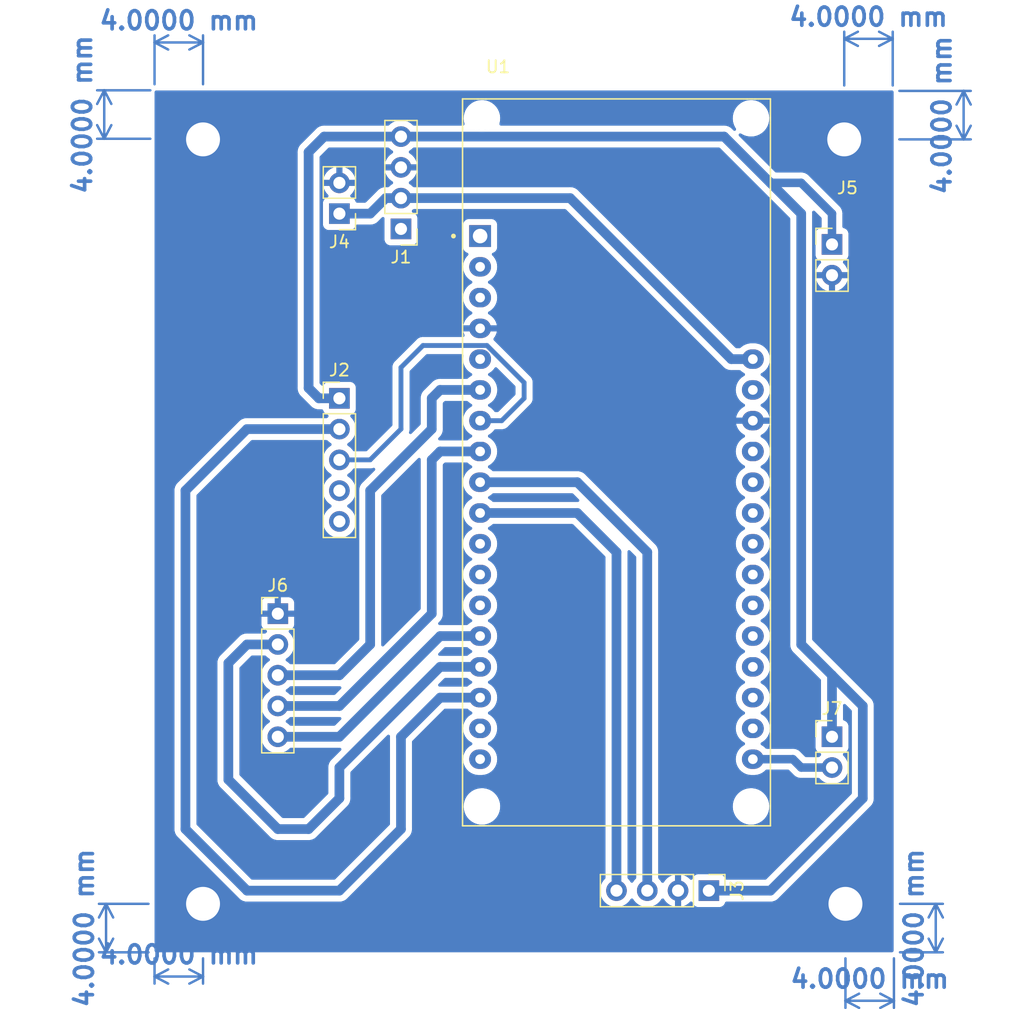
<source format=kicad_pcb>
(kicad_pcb (version 20211014) (generator pcbnew)
  (layers (0 "F.Cu" signal) (31 "B.Cu" signal) (34 "B.Paste" user) (35 "F.Paste" user) (36 "B.SilkS" user "B.Silkscreen") (37 "F.SilkS" user "F.Silkscreen") (38 "B.Mask" user) (39 "F.Mask" user) (44 "Edge.Cuts" user))
  (net 0 "")
  (net 2 "/Vcc")
  (net 3 "GND")
  (net 4 "/3V3")
  (net 5 "/D2")
  (net 6 "/MOSI")
  (net 8 "/MISO")
  (net 9 "/SCK")
  (net 10 "/D3")
  (net 11 "/SCL")
  (net 12 "/SDA")
  (net 13 "/D5")
  (net 25 "/D10")
  (footprint "Connector_PinHeader_2.54mm:PinHeader_1x02_P2.54mm_Vertical" (layer "F.Cu") (at 101.6 55.88 180)
    (fp_text reference "J4" (at 0 -2.33) (layer "F.SilkS"))
    (fp_text value "Conn_01x02_Male")
    (fp_line (start -1.33 0) (end -1.33 -1.33) (layer "F.SilkS") (width 0.12))
    (fp_line (start 1.33 1.27) (end 1.33 3.87) (layer "F.SilkS") (width 0.12))
    (fp_line (start -1.33 3.87) (end 1.33 3.87) (layer "F.SilkS") (width 0.12))
    (fp_line (start -1.33 -1.33) (end 0 -1.33) (layer "F.SilkS") (width 0.12))
    (fp_line (start -1.33 1.27) (end -1.33 3.87) (layer "F.SilkS") (width 0.12))
    (fp_line (start -1.33 1.27) (end 1.33 1.27) (layer "F.SilkS") (width 0.12))
    (pad "1" thru_hole rect (at 0 0 180) (size 1.7 1.7) (drill 1) (layers *.Cu *.Mask) (net 2 "/Vcc"))
    (pad "2" thru_hole oval (at 0 2.54 180) (size 1.7 1.7) (drill 1) (layers *.Cu *.Mask) (net 3 "GND"))
  )
  (footprint "Connector_PinHeader_2.54mm:PinHeader_1x04_P2.54mm_Vertical" (layer "F.Cu") (at 106.68 57.14 180)
    (fp_text reference "J1" (at 0 -2.33) (layer "F.SilkS"))
    (fp_text value "Conn_01x04_Male")
    (fp_line (start -1.33 0) (end -1.33 -1.33) (layer "F.SilkS") (width 0.12))
    (fp_line (start 1.33 1.27) (end 1.33 8.95) (layer "F.SilkS") (width 0.12))
    (fp_line (start -1.33 -1.33) (end 0 -1.33) (layer "F.SilkS") (width 0.12))
    (fp_line (start -1.33 1.27) (end -1.33 8.95) (layer "F.SilkS") (width 0.12))
    (fp_line (start -1.33 1.27) (end 1.33 1.27) (layer "F.SilkS") (width 0.12))
    (fp_line (start -1.33 8.95) (end 1.33 8.95) (layer "F.SilkS") (width 0.12))
    (pad "1" thru_hole rect (at 0 0 180) (size 1.7 1.7) (drill 1) (layers *.Cu *.Mask))
    (pad "2" thru_hole oval (at 0 2.54 180) (size 1.7 1.7) (drill 1) (layers *.Cu *.Mask) (net 2 "/Vcc"))
    (pad "3" thru_hole oval (at 0 5.08 180) (size 1.7 1.7) (drill 1) (layers *.Cu *.Mask) (net 3 "GND"))
    (pad "4" thru_hole oval (at 0 7.62 180) (size 1.7 1.7) (drill 1) (layers *.Cu *.Mask) (net 4 "/3V3"))
  )
  (footprint "Connector_PinHeader_2.54mm:PinHeader_1x04_P2.54mm_Vertical" (layer "F.Cu") (at 132.08 111.76 -90)
    (fp_text reference "J3" (at 0 -2.33 90) (layer "F.SilkS"))
    (fp_text value "Conn_01x04_Male")
    (fp_line (start -1.33 -1.33) (end 0 -1.33) (layer "F.SilkS") (width 0.12))
    (fp_line (start -1.33 0) (end -1.33 -1.33) (layer "F.SilkS") (width 0.12))
    (fp_line (start -1.33 1.27) (end -1.33 8.95) (layer "F.SilkS") (width 0.12))
    (fp_line (start -1.33 1.27) (end 1.33 1.27) (layer "F.SilkS") (width 0.12))
    (fp_line (start 1.33 1.27) (end 1.33 8.95) (layer "F.SilkS") (width 0.12))
    (fp_line (start -1.33 8.95) (end 1.33 8.95) (layer "F.SilkS") (width 0.12))
    (pad "1" thru_hole rect (at 0 0 270) (size 1.7 1.7) (drill 1) (layers *.Cu *.Mask) (net 4 "/3V3"))
    (pad "2" thru_hole oval (at 0 2.54 270) (size 1.7 1.7) (drill 1) (layers *.Cu *.Mask) (net 3 "GND"))
    (pad "3" thru_hole oval (at 0 5.08 270) (size 1.7 1.7) (drill 1) (layers *.Cu *.Mask) (net 11 "/SCL"))
    (pad "4" thru_hole oval (at 0 7.62 270) (size 1.7 1.7) (drill 1) (layers *.Cu *.Mask) (net 12 "/SDA"))
  )
  (footprint "Connector_PinHeader_2.54mm:PinHeader_1x05_P2.54mm_Vertical" (layer "F.Cu") (at 101.6 71.125)
    (fp_text reference "J2" (at 0 -2.33) (layer "F.SilkS"))
    (fp_text value "Conn_01x05")
    (fp_line (start -1.33 0) (end -1.33 -1.33) (layer "F.SilkS") (width 0.12))
    (fp_line (start -1.33 11.49) (end 1.33 11.49) (layer "F.SilkS") (width 0.12))
    (fp_line (start 1.33 1.27) (end 1.33 11.49) (layer "F.SilkS") (width 0.12))
    (fp_line (start -1.33 1.27) (end -1.33 11.49) (layer "F.SilkS") (width 0.12))
    (fp_line (start -1.33 -1.33) (end 0 -1.33) (layer "F.SilkS") (width 0.12))
    (fp_line (start -1.33 1.27) (end 1.33 1.27) (layer "F.SilkS") (width 0.12))
    (pad "1" thru_hole rect (at 0 0) (size 1.7 1.7) (drill 1) (layers *.Cu *.Mask) (net 4 "/3V3"))
    (pad "2" thru_hole oval (at 0 2.54) (size 1.7 1.7) (drill 1) (layers *.Cu *.Mask) (net 5 "/D2"))
    (pad "3" thru_hole oval (at 0 5.08) (size 1.7 1.7) (drill 1) (layers *.Cu *.Mask) (net 6 "/MOSI"))
    (pad "4" thru_hole oval (at 0 7.62) (size 1.7 1.7) (drill 1) (layers *.Cu *.Mask))
    (pad "5" thru_hole oval (at 0 10.16) (size 1.7 1.7) (drill 1) (layers *.Cu *.Mask))
  )
  (footprint "DFR0654-2:MODULE_DFR0654" (layer "F.Cu") (at 124.46 76.41)
    (fp_text reference "U1" (at -9.775 -32.65) (layer "F.SilkS"))
    (fp_text value "DFR0654")
    (fp_line (start 12.7 -30) (end -12.7 -30) (layer "F.SilkS") (width 0.127))
    (fp_line (start -12.7 -30) (end -12.7 30) (layer "F.SilkS") (width 0.127))
    (fp_line (start 12.7 30) (end -12.7 30) (layer "F.SilkS") (width 0.127))
    (fp_line (start 12.7 -30) (end 12.7 30) (layer "F.SilkS") (width 0.127))
    (fp_circle (center -13.45 -18.68) (end -13.35 -18.68) (layer "F.SilkS") (width 0.2) (fill none))
    (pad "" thru_hole oval (at 11.25 -5.98) (size 1.8 1.6) (drill 0.8) (layers *.Cu *.Mask))
    (pad "" np_thru_hole circle (at -11.1 28.4) (size 2 2) (drill 2) (layers *.Cu *.Mask))
    (pad "" np_thru_hole circle (at 11.1 28.4) (size 2 2) (drill 2) (layers *.Cu *.Mask))
    (pad "" thru_hole oval (at -11.25 -16.14) (size 1.8 1.6) (drill 0.8) (layers *.Cu *.Mask))
    (pad "" thru_hole oval (at -11.25 -13.6) (size 1.8 1.6) (drill 0.8) (layers *.Cu *.Mask))
    (pad "" np_thru_hole circle (at -11.1 -28.4) (size 2 2) (drill 2) (layers *.Cu *.Mask))
    (pad "" np_thru_hole circle (at 11.1 -28.4) (size 2 2) (drill 2) (layers *.Cu *.Mask))
    (pad "" thru_hole oval (at -11.25 -8.52) (size 1.8 1.6) (drill 0.8) (layers *.Cu *.Mask))
    (pad "0" thru_hole oval (at -11.25 14.34) (size 1.8 1.6) (drill 0.8) (layers *.Cu *.Mask) (net 13 "/D5"))
    (pad "1" thru_hole oval (at -11.25 21.96) (size 1.8 1.6) (drill 0.8) (layers *.Cu *.Mask))
    (pad "2" thru_hole oval (at -11.25 6.72) (size 1.8 1.6) (drill 0.8) (layers *.Cu *.Mask))
    (pad "3" thru_hole oval (at -11.25 24.5) (size 1.8 1.6) (drill 0.8) (layers *.Cu *.Mask))
    (pad "4" thru_hole oval (at 11.25 19.42) (size 1.8 1.6) (drill 0.8) (layers *.Cu *.Mask))
    (pad "7" thru_hole oval (at 11.25 -8.52) (size 1.8 1.6) (drill 0.8) (layers *.Cu *.Mask) (net 2 "/Vcc"))
    (pad "8" thru_hole rect (at -11.25 -18.68) (size 1.8 1.8) (drill 1.2) (layers *.Cu *.Mask))
    (pad "10" thru_hole oval (at 11.25 -3.44) (size 1.8 1.6) (drill 0.8) (layers *.Cu *.Mask) (net 3 "GND"))
    (pad "10" thru_hole oval (at -11.25 -11.06) (size 1.8 1.6) (drill 0.8) (layers *.Cu *.Mask) (net 3 "GND"))
    (pad "12" thru_hole oval (at 11.25 16.88) (size 1.8 1.6) (drill 0.8) (layers *.Cu *.Mask))
    (pad "13" thru_hole oval (at -11.25 9.26) (size 1.8 1.6) (drill 0.8) (layers *.Cu *.Mask))
    (pad "14" thru_hole oval (at -11.25 11.8) (size 1.8 1.6) (drill 0.8) (layers *.Cu *.Mask))
    (pad "15" thru_hole oval (at 11.25 4.18) (size 1.8 1.6) (drill 0.8) (layers *.Cu *.Mask))
    (pad "16" thru_hole oval (at 11.25 21.96) (size 1.8 1.6) (drill 0.8) (layers *.Cu *.Mask))
    (pad "17" thru_hole oval (at 11.25 24.5) (size 1.8 1.6) (drill 0.8) (layers *.Cu *.Mask) (net 25 "/D10"))
    (pad "18" thru_hole oval (at -11.25 -5.98) (size 1.8 1.6) (drill 0.8) (layers *.Cu *.Mask) (net 9 "/SCK"))
    (pad "19" thru_hole oval (at -11.25 -0.9) (size 1.8 1.6) (drill 0.8) (layers *.Cu *.Mask) (net 8 "/MISO"))
    (pad "21" thru_hole oval (at 11.25 1.64) (size 1.8 1.6) (drill 0.8) (layers *.Cu *.Mask) (net 12 "/SDA"))
    (pad "21" thru_hole oval (at -11.25 4.18) (size 1.8 1.6) (drill 0.8) (layers *.Cu *.Mask) (net 12 "/SDA"))
    (pad "22" thru_hole oval (at 11.25 -0.9) (size 1.8 1.6) (drill 0.8) (layers *.Cu *.Mask) (net 11 "/SCL"))
    (pad "22" thru_hole oval (at -11.25 1.64) (size 1.8 1.6) (drill 0.8) (layers *.Cu *.Mask) (net 11 "/SCL"))
    (pad "23" thru_hole oval (at -11.25 -3.44) (size 1.8 1.6) (drill 0.8) (layers *.Cu *.Mask) (net 6 "/MOSI"))
    (pad "25" thru_hole oval (at -11.25 19.42) (size 1.8 1.6) (drill 0.8) (layers *.Cu *.Mask) (net 5 "/D2"))
    (pad "26" thru_hole oval (at -11.25 16.88) (size 1.8 1.6) (drill 0.8) (layers *.Cu *.Mask) (net 10 "/D3"))
    (pad "34" thru_hole oval (at 11.25 9.26) (size 1.8 1.6) (drill 0.8) (layers *.Cu *.Mask))
    (pad "35" thru_hole oval (at 11.25 6.72) (size 1.8 1.6) (drill 0.8) (layers *.Cu *.Mask))
    (pad "36" thru_hole oval (at 11.25 14.34) (size 1.8 1.6) (drill 0.8) (layers *.Cu *.Mask))
    (pad "39" thru_hole oval (at 11.25 11.8) (size 1.8 1.6) (drill 0.8) (layers *.Cu *.Mask))
  )
  (footprint "Connector_PinHeader_2.54mm:PinHeader_1x05_P2.54mm_Vertical" (layer "F.Cu") (at 96.52 88.9)
    (fp_text reference "J6" (at 0 -2.33) (layer "F.SilkS"))
    (fp_text value "Conn_01x05")
    (fp_line (start -1.33 1.27) (end 1.33 1.27) (layer "F.SilkS") (width 0.12))
    (fp_line (start -1.33 0) (end -1.33 -1.33) (layer "F.SilkS") (width 0.12))
    (fp_line (start 1.33 1.27) (end 1.33 11.49) (layer "F.SilkS") (width 0.12))
    (fp_line (start -1.33 11.49) (end 1.33 11.49) (layer "F.SilkS") (width 0.12))
    (fp_line (start -1.33 -1.33) (end 0 -1.33) (layer "F.SilkS") (width 0.12))
    (fp_line (start -1.33 1.27) (end -1.33 11.49) (layer "F.SilkS") (width 0.12))
    (pad "1" thru_hole rect (at 0 0) (size 1.7 1.7) (drill 1) (layers *.Cu *.Mask) (net 3 "GND"))
    (pad "2" thru_hole oval (at 0 2.54) (size 1.7 1.7) (drill 1) (layers *.Cu *.Mask) (net 10 "/D3"))
    (pad "3" thru_hole oval (at 0 5.08) (size 1.7 1.7) (drill 1) (layers *.Cu *.Mask) (net 9 "/SCK"))
    (pad "4" thru_hole oval (at 0 7.62) (size 1.7 1.7) (drill 1) (layers *.Cu *.Mask) (net 8 "/MISO"))
    (pad "5" thru_hole oval (at 0 10.16) (size 1.7 1.7) (drill 1) (layers *.Cu *.Mask) (net 13 "/D5"))
  )
  (footprint "Connector_PinHeader_2.54mm:PinHeader_1x02_P2.54mm_Vertical" (layer "F.Cu") (at 142.24 58.42)
    (fp_text reference "J5" (at 1.27 -4.66) (layer "F.SilkS"))
    (fp_text value "Conn_01x02_Male")
    (fp_line (start -1.33 1.27) (end 1.33 1.27) (layer "F.SilkS") (width 0.12))
    (fp_line (start -1.33 0) (end -1.33 -1.33) (layer "F.SilkS") (width 0.12))
    (fp_line (start -1.33 1.27) (end -1.33 3.87) (layer "F.SilkS") (width 0.12))
    (fp_line (start 1.33 1.27) (end 1.33 3.87) (layer "F.SilkS") (width 0.12))
    (fp_line (start -1.33 -1.33) (end 0 -1.33) (layer "F.SilkS") (width 0.12))
    (fp_line (start -1.33 3.87) (end 1.33 3.87) (layer "F.SilkS") (width 0.12))
    (pad "1" thru_hole rect (at 0 0) (size 1.7 1.7) (drill 1) (layers *.Cu *.Mask) (net 4 "/3V3"))
    (pad "2" thru_hole oval (at 0 2.54) (size 1.7 1.7) (drill 1) (layers *.Cu *.Mask) (net 3 "GND"))
  )
  (footprint "Connector_PinHeader_2.54mm:PinHeader_1x02_P2.54mm_Vertical" (layer "F.Cu") (at 142.24 99.06)
    (fp_text reference "J7" (at 0 -2.33) (layer "F.SilkS"))
    (fp_text value "Conn_01x02_Male")
    (fp_line (start -1.33 1.27) (end 1.33 1.27) (layer "F.SilkS") (width 0.12))
    (fp_line (start -1.33 0) (end -1.33 -1.33) (layer "F.SilkS") (width 0.12))
    (fp_line (start 1.33 1.27) (end 1.33 3.87) (layer "F.SilkS") (width 0.12))
    (fp_line (start -1.33 3.87) (end 1.33 3.87) (layer "F.SilkS") (width 0.12))
    (fp_line (start -1.33 -1.33) (end 0 -1.33) (layer "F.SilkS") (width 0.12))
    (fp_line (start -1.33 1.27) (end -1.33 3.87) (layer "F.SilkS") (width 0.12))
    (pad "1" thru_hole rect (at 0 0) (size 1.7 1.7) (drill 1) (layers *.Cu *.Mask) (net 4 "/3V3"))
    (pad "2" thru_hole oval (at 0 2.54) (size 1.7 1.7) (drill 1) (layers *.Cu *.Mask) (net 25 "/D10"))
  )
  (dimension (type aligned) (layer "B.Cu") (pts (xy 147.3 45.75) (xy 147.3 49.75)) (height -5.8) (gr_text "4.0000 mm" (at 151.3 47.75 90) (layer "B.Cu") (effects (font (size 1.5 1.5) (thickness 0.3)))) (format (units 3) (units_format 1) (precision 4)) (style (thickness 0.2) (arrow_length 1.27) (text_position_mode 0) (extension_height 0.58642) (extension_offset 0.5) keep_text_aligned))
  (dimension (type aligned) (layer "B.Cu") (pts (xy 86.35 45.7) (xy 90.35 45.7)) (height -3.95) (gr_text "4.0000 mm" (at 88.35 39.95) (layer "B.Cu") (effects (font (size 1.5 1.5) (thickness 0.3)))) (format (units 3) (units_format 1) (precision 4)) (style (thickness 0.2) (arrow_length 1.27) (text_position_mode 0) (extension_height 0.58642) (extension_offset 0.5) keep_text_aligned))
  (dimension (type aligned) (layer "B.Cu") (pts (xy 147.25 45.8) (xy 143.25 45.8)) (height 4.35) (gr_text "4.0000 mm" (at 145.25 39.65) (layer "B.Cu") (effects (font (size 1.5 1.5) (thickness 0.3)))) (format (units 3) (units_format 1) (precision 4)) (style (thickness 0.2) (arrow_length 1.27) (text_position_mode 0) (extension_height 0.58642) (extension_offset 0.5) keep_text_aligned))
  (dimension (type aligned) (layer "B.Cu") (pts (xy 86.5 45.7) (xy 86.5 49.7)) (height 4.3) (gr_text "4.0000 mm" (at 80.4 47.7 90) (layer "B.Cu") (effects (font (size 1.5 1.5) (thickness 0.3)))) (format (units 3) (units_format 1) (precision 4)) (style (thickness 0.2) (arrow_length 1.27) (text_position_mode 0) (extension_height 0.58642) (extension_offset 0.5) keep_text_aligned))
  (dimension (type aligned) (layer "B.Cu") (pts (xy 147.35 116.85) (xy 143.35 116.85)) (height -4) (gr_text "4.0000 mm" (at 145.35 119.05) (layer "B.Cu") (effects (font (size 1.5 1.5) (thickness 0.3)))) (format (units 3) (units_format 1) (precision 4)) (style (thickness 0.2) (arrow_length 1.27) (text_position_mode 0) (extension_height 0.58642) (extension_offset 0.5) keep_text_aligned))
  (dimension (type aligned) (layer "B.Cu") (pts (xy 86.35 116.85) (xy 86.35 112.85)) (height -4) (gr_text "4.0000 mm" (at 80.55 114.85 90) (layer "B.Cu") (effects (font (size 1.5 1.5) (thickness 0.3)))) (format (units 3) (units_format 1) (precision 4)) (style (thickness 0.2) (arrow_length 1.27) (text_position_mode 0) (extension_height 0.58642) (extension_offset 0.5) keep_text_aligned))
  (dimension (type aligned) (layer "B.Cu") (pts (xy 86.35 116.85) (xy 90.35 116.85)) (height 2) (gr_text "4.0000 mm" (at 88.35 117.05) (layer "B.Cu") (effects (font (size 1.5 1.5) (thickness 0.3)))) (format (units 3) (units_format 1) (precision 4)) (style (thickness 0.2) (arrow_length 1.27) (text_position_mode 0) (extension_height 0.58642) (extension_offset 0.5) keep_text_aligned))
  (dimension (type aligned) (layer "B.Cu") (pts (xy 147.35 116.85) (xy 147.35 112.85)) (height 3.45) (gr_text "4.0000 mm" (at 149 114.85 90) (layer "B.Cu") (effects (font (size 1.5 1.5) (thickness 0.3)))) (format (units 3) (units_format 1) (precision 4)) (style (thickness 0.2) (arrow_length 1.27) (text_position_mode 0) (extension_height 0.58642) (extension_offset 0.5) keep_text_aligned))
  (segment (start 104.14 55.88) (end 101.6 55.88) (width 0.8) (layer "B.Cu") (net 2))
  (segment (start 133.93 67.89) (end 120.64 54.6) (width 0.8) (layer "B.Cu") (net 2))
  (segment (start 133.93 67.89) (end 135.71 67.89) (width 0.8) (layer "B.Cu") (net 2))
  (segment (start 106.68 54.6) (end 105.42 54.6) (width 0.8) (layer "B.Cu") (net 2))
  (segment (start 120.64 54.6) (end 106.68 54.6) (width 0.8) (layer "B.Cu") (net 2))
  (segment (start 105.42 54.6) (end 104.14 55.88) (width 0.8) (layer "B.Cu") (net 2))
  (via (at 143.35 112.85) (size 2.81) (drill 2.8) (layers "F.Cu" "B.Cu") (net 3))
  (via (at 90.35 49.75) (size 2.81) (drill 2.8) (layers "F.Cu" "B.Cu") (net 3))
  (via (at 90.35 112.85) (size 2.81) (drill 2.8) (layers "F.Cu" "B.Cu") (net 3))
  (via (at 143.25 49.75) (size 2.81) (drill 2.8) (layers "F.Cu" "B.Cu") (net 3))
  (segment (start 106.68 49.52) (end 100.34 49.52) (width 0.8) (layer "B.Cu") (net 4))
  (segment (start 99.06 50.8) (end 99.06 70.275897) (width 0.8) (layer "B.Cu") (net 4))
  (segment (start 142.24 93.98) (end 142.24 99.06) (width 0.8) (layer "B.Cu") (net 4))
  (segment (start 139.7 55.88) (end 139.7 91.44) (width 0.8) (layer "B.Cu") (net 4))
  (segment (start 142.24 58.42) (end 142.24 55.88) (width 0.7) (layer "B.Cu") (net 4))
  (segment (start 137.16 53.34) (end 133.34 49.52) (width 0.8) (layer "B.Cu") (net 4))
  (segment (start 99.909103 71.125) (end 101.6 71.125) (width 0.8) (layer "B.Cu") (net 4))
  (segment (start 99.06 70.275897) (end 99.909103 71.125) (width 0.8) (layer "B.Cu") (net 4))
  (segment (start 139.7 91.44) (end 142.24 93.98) (width 0.8) (layer "B.Cu") (net 4))
  (segment (start 142.24 93.98) (end 144.78 96.52) (width 0.8) (layer "B.Cu") (net 4))
  (segment (start 144.78 96.52) (end 144.78 104.14) (width 0.8) (layer "B.Cu") (net 4))
  (segment (start 137.16 111.76) (end 132.08 111.76) (width 0.8) (layer "B.Cu") (net 4))
  (segment (start 133.34 49.52) (end 106.68 49.52) (width 0.8) (layer "B.Cu") (net 4))
  (segment (start 139.7 53.34) (end 137.16 53.34) (width 0.7) (layer "B.Cu") (net 4))
  (segment (start 142.24 55.88) (end 139.7 53.34) (width 0.7) (layer "B.Cu") (net 4))
  (segment (start 144.78 104.14) (end 137.16 111.76) (width 0.8) (layer "B.Cu") (net 4))
  (segment (start 100.34 49.52) (end 99.06 50.8) (width 0.8) (layer "B.Cu") (net 4))
  (segment (start 139.7 55.88) (end 137.16 53.34) (width 0.8) (layer "B.Cu") (net 4))
  (segment (start 93.975 73.665) (end 88.9 78.74) (width 0.8) (layer "B.Cu") (net 5))
  (segment (start 93.98 111.76) (end 101.6 111.76) (width 0.8) (layer "B.Cu") (net 5))
  (segment (start 101.6 73.665) (end 93.975 73.665) (width 0.8) (layer "B.Cu") (net 5))
  (segment (start 109.91 95.83) (end 113.21 95.83) (width 0.8) (layer "B.Cu") (net 5))
  (segment (start 88.9 106.68) (end 93.98 111.76) (width 0.8) (layer "B.Cu") (net 5))
  (segment (start 106.68 99.06) (end 109.91 95.83) (width 0.8) (layer "B.Cu") (net 5))
  (segment (start 112.45 95.83) (end 113.21 95.83) (width 0.25) (layer "B.Cu") (net 5))
  (segment (start 101.6 111.76) (end 106.68 106.68) (width 0.8) (layer "B.Cu") (net 5))
  (segment (start 88.9 78.74) (end 88.9 106.68) (width 0.8) (layer "B.Cu") (net 5))
  (segment (start 106.68 106.68) (end 106.68 99.06) (width 0.8) (layer "B.Cu") (net 5))
  (segment (start 106.68 68.58) (end 106.68 73.66) (width 0.4) (layer "B.Cu") (net 6))
  (segment (start 108.49452 66.76548) (end 106.68 68.58) (width 0.4) (layer "B.Cu") (net 6))
  (segment (start 106.68 73.66) (end 104.135 76.205) (width 0.4) (layer "B.Cu") (net 6))
  (segment (start 113.21 72.97) (end 114.99 72.97) (width 0.4) (layer "B.Cu") (net 6))
  (segment (start 113.775791 66.76548) (end 108.49452 66.76548) (width 0.4) (layer "B.Cu") (net 6))
  (segment (start 116.84 69.829689) (end 113.775791 66.76548) (width 0.4) (layer "B.Cu") (net 6))
  (segment (start 114.99 72.97) (end 116.84 71.12) (width 0.4) (layer "B.Cu") (net 6))
  (segment (start 104.135 76.205) (end 101.6 76.205) (width 0.4) (layer "B.Cu") (net 6))
  (segment (start 116.84 71.12) (end 116.84 69.829689) (width 0.4) (layer "B.Cu") (net 6))
  (segment (start 113.21 75.51) (end 109.91 75.51) (width 0.8) (layer "B.Cu") (net 8))
  (segment (start 109.22 76.2) (end 109.22 88.9) (width 0.8) (layer "B.Cu") (net 8))
  (segment (start 109.91 75.51) (end 109.22 76.2) (width 0.8) (layer "B.Cu") (net 8))
  (segment (start 101.6 96.52) (end 96.52 96.52) (width 0.8) (layer "B.Cu") (net 8))
  (segment (start 109.22 88.9) (end 101.6 96.52) (width 0.8) (layer "B.Cu") (net 8))
  (segment (start 104.14 78.74) (end 104.14 91.44) (width 0.8) (layer "B.Cu") (net 9))
  (segment (start 109.22 73.66) (end 104.14 78.74) (width 0.8) (layer "B.Cu") (net 9))
  (segment (start 109.22 71.12) (end 109.22 73.66) (width 0.8) (layer "B.Cu") (net 9))
  (segment (start 104.14 91.44) (end 101.6 93.98) (width 0.8) (layer "B.Cu") (net 9))
  (segment (start 101.6 93.98) (end 96.52 93.98) (width 0.8) (layer "B.Cu") (net 9))
  (segment (start 109.91 70.43) (end 109.22 71.12) (width 0.8) (layer "B.Cu") (net 9))
  (segment (start 113.21 70.43) (end 109.91 70.43) (width 0.8) (layer "B.Cu") (net 9))
  (segment (start 101.6 104.14) (end 99.06 106.68) (width 0.8) (layer "B.Cu") (net 10))
  (segment (start 109.91 93.29) (end 101.6 101.6) (width 0.8) (layer "B.Cu") (net 10))
  (segment (start 96.52 106.68) (end 92.43952 102.59952) (width 0.8) (layer "B.Cu") (net 10))
  (segment (start 92.43952 102.59952) (end 92.43952 92.98048) (width 0.8) (layer "B.Cu") (net 10))
  (segment (start 93.98 91.44) (end 96.52 91.44) (width 0.8) (layer "B.Cu") (net 10))
  (segment (start 101.6 101.6) (end 101.6 104.14) (width 0.8) (layer "B.Cu") (net 10))
  (segment (start 113.21 93.29) (end 109.91 93.29) (width 0.8) (layer "B.Cu") (net 10))
  (segment (start 99.06 106.68) (end 96.52 106.68) (width 0.8) (layer "B.Cu") (net 10))
  (segment (start 92.43952 92.98048) (end 93.98 91.44) (width 0.8) (layer "B.Cu") (net 10))
  (segment (start 127 83.82) (end 127 111.76) (width 0.8) (layer "B.Cu") (net 11))
  (segment (start 113.21 78.05) (end 121.23 78.05) (width 0.8) (layer "B.Cu") (net 11))
  (segment (start 121.23 78.05) (end 127 83.82) (width 0.8) (layer "B.Cu") (net 11))
  (segment (start 121.23 80.59) (end 124.46 83.82) (width 0.8) (layer "B.Cu") (net 12))
  (segment (start 113.21 80.59) (end 121.23 80.59) (width 0.8) (layer "B.Cu") (net 12))
  (segment (start 124.46 83.82) (end 124.46 111.76) (width 0.8) (layer "B.Cu") (net 12))
  (segment (start 113.21 90.75) (end 109.91 90.75) (width 0.8) (layer "B.Cu") (net 13))
  (segment (start 109.91 90.75) (end 101.6 99.06) (width 0.8) (layer "B.Cu") (net 13))
  (segment (start 101.6 99.06) (end 96.52 99.06) (width 0.8) (layer "B.Cu") (net 13))
  (segment (start 139.01 100.91) (end 135.71 100.91) (width 0.7) (layer "B.Cu") (net 25))
  (segment (start 142.24 101.6) (end 139.7 101.6) (width 0.7) (layer "B.Cu") (net 25))
  (segment (start 139.7 101.6) (end 139.01 100.91) (width 0.7) (layer "B.Cu") (net 25))
  (zone (net 0) (net_name "") (layer "B.Cu") (connect_pads (clearance 0.508)) (min_thickness 0.254) (fill yes (thermal_gap 0.508) (thermal_bridge_width 0.508))
    (polygon (pts (xy 147.32 116.84) (xy 86.36 116.84) (xy 86.36 45.72) (xy 147.32 45.72)))
  )
  (zone (net 3) (net_name "GND") (layer "B.Cu") (connect_pads (clearance 0.508)) (min_thickness 0.254) (fill yes (thermal_gap 0.508) (thermal_bridge_width 0.508))
    (polygon (pts (xy 147.32 116.84) (xy 86.36 116.84) (xy 86.36 45.72) (xy 147.32 45.72)))
  )
)
</source>
